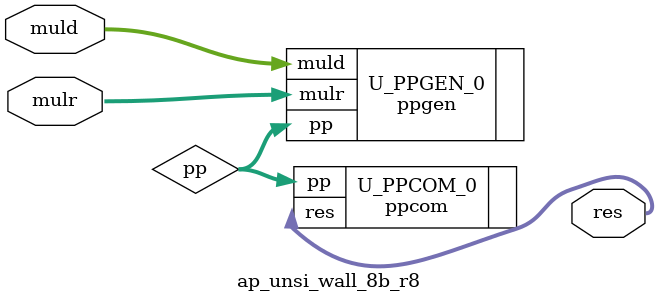
<source format=v>
module ap_unsi_wall_8b_r8 (
    input  [7:0] muld,
    input  [7:0] mulr,
    
    output [15:0] res
);

wire [63:0] pp;

ppgen #(
    .DW                             ( 8                             ))
U_PPGEN_0(
    .muld                           ( muld                          ),
    .mulr                           ( mulr                          ),
    .pp                             ( pp                            )
);


ppcom U_PPCOM_0(
    .pp                             ( pp                            ),
    .res                            ( res                           )
);


endmodule

</source>
